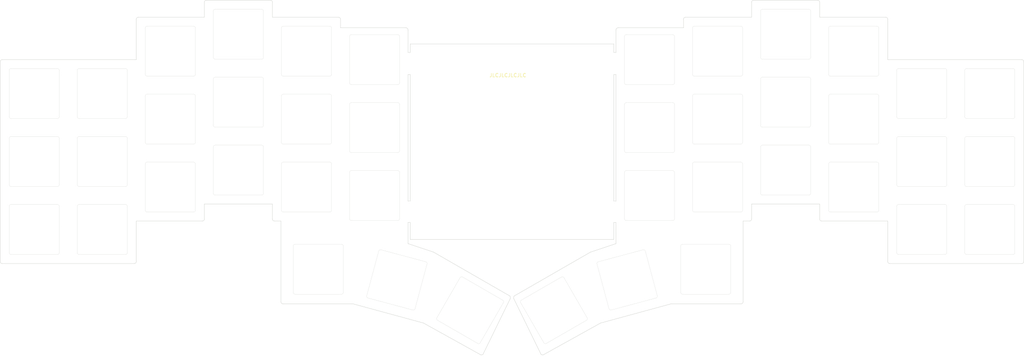
<source format=kicad_pcb>
(kicad_pcb (version 20221018) (generator pcbnew)
  (layers (0 "F.Cu" signal) (31 "B.Cu" signal) (34 "B.Paste" user) (35 "F.Paste" user) (36 "B.SilkS" user "B.Silkscreen") (37 "F.SilkS" user "F.Silkscreen") (38 "B.Mask" user) (39 "F.Mask" user) (44 "Edge.Cuts" user))
  (net 0 "")
  (footprint "MountingHole:MountingHole_2.2mm_M2_DIN965" (layer "F.Cu") (at 350.790673 93.098077)
    (fp_text reference "H7" hide)
    (fp_text value "MountingHole" hide)
    (pad "" np_thru_hole circle (at 0 0) (size 2.2 2.2) (drill 2.2) (layers "F&B.Cu" "*.Mask"))
  )
  (footprint "plate:plate_cutout" (layer "F.Cu") (at 194.36891 146.488643 -15)
    (fp_text reference "SW24" hide)
    (fp_text value "MX_SW_HS")
    (fp_line (start -7 -6.5) (end -7 6.5) (stroke (width 0.05)) (layer "Edge.Cuts"))
    (fp_line (start -6.5 7) (end 6.5 7) (stroke (width 0.05)) (layer "Edge.Cuts"))
    (fp_line (start 6.5 -7) (end -6.5 -7) (stroke (width 0.05)) (layer "Edge.Cuts"))
    (fp_line (start 7 6.5) (end 7 -6.5) (stroke (width 0.05)) (layer "Edge.Cuts"))
    (fp_arc (start -7 -6.5) (mid -6.853554 -6.853553) (end -6.5 -7) (stroke (width 0.05)) (layer "Edge.Cuts"))
    (fp_arc (start -6.497236 6.998884) (mid -6.850789 6.852437) (end -6.997236 6.498884) (stroke (width 0.05)) (layer "Edge.Cuts"))
    (fp_arc (start 6.5 -7) (mid 6.853553 -6.853553) (end 7 -6.5) (stroke (width 0.05)) (layer "Edge.Cuts"))
    (fp_arc (start 7 6.5) (mid 6.853553 6.853553) (end 6.5 7) (stroke (width 0.05)) (layer "Edge.Cuts"))
  )
  (footprint "plate:plate_cutout" (layer "F.Cu") (at 111.918911 113.313645)
    (fp_text reference "SW8" hide)
    (fp_text value "MX_SW_HS")
    (fp_line (start -7 -6.5) (end -7 6.5) (stroke (width 0.05)) (layer "Edge.Cuts"))
    (fp_line (start -6.5 7) (end 6.5 7) (stroke (width 0.05)) (layer "Edge.Cuts"))
    (fp_line (start 6.5 -7) (end -6.5 -7) (stroke (width 0.05)) (layer "Edge.Cuts"))
    (fp_line (start 7 6.5) (end 7 -6.5) (stroke (width 0.05)) (layer "Edge.Cuts"))
    (fp_arc (start -7 -6.5) (mid -6.853553 -6.853553) (end -6.5 -7) (stroke (width 0.05)) (layer "Edge.Cuts"))
    (fp_arc (start -6.497236 6.998884) (mid -6.850789 6.852437) (end -6.997236 6.498884) (stroke (width 0.05)) (layer "Edge.Cuts"))
    (fp_arc (start 6.5 -7) (mid 6.853553 -6.853553) (end 7 -6.5) (stroke (width 0.05)) (layer "Edge.Cuts"))
    (fp_arc (start 7 6.5) (mid 6.853553 6.853553) (end 6.5 7) (stroke (width 0.05)) (layer "Edge.Cuts"))
  )
  (footprint "plate:plate_cutout" (layer "F.Cu") (at 303.165603 77.63869)
    (fp_text reference "SW28" hide)
    (fp_text value "MX_SW_HS")
    (fp_line (start -7 -6.5) (end -7 6.5) (stroke (width 0.05)) (layer "Edge.Cuts"))
    (fp_line (start -6.5 7) (end 6.5 7) (stroke (width 0.05)) (layer "Edge.Cuts"))
    (fp_line (start 6.5 -7) (end -6.5 -7) (stroke (width 0.05)) (layer "Edge.Cuts"))
    (fp_line (start 7 6.5) (end 7 -6.5) (stroke (width 0.05)) (layer "Edge.Cuts"))
    (fp_arc (start -7 -6.5) (mid -6.853553 -6.853553) (end -6.5 -7) (stroke (width 0.05)) (layer "Edge.Cuts"))
    (fp_arc (start -6.497236 6.998884) (mid -6.850789 6.852437) (end -6.997236 6.498884) (stroke (width 0.05)) (layer "Edge.Cuts"))
    (fp_arc (start 6.5 -7) (mid 6.853553 -6.853553) (end 7 -6.5) (stroke (width 0.05)) (layer "Edge.Cuts"))
    (fp_arc (start 7 6.5) (mid 6.853553 6.853553) (end 6.5 7) (stroke (width 0.05)) (layer "Edge.Cuts"))
  )
  (footprint "plate:plate_cutout" (layer "F.Cu") (at 360.315599 132.363727)
    (fp_text reference "SW47" hide)
    (fp_text value "MX_SW_HS")
    (fp_line (start -7 -6.5) (end -7 6.5) (stroke (width 0.05)) (layer "Edge.Cuts"))
    (fp_line (start -6.5 7) (end 6.5 7) (stroke (width 0.05)) (layer "Edge.Cuts"))
    (fp_line (start 6.5 -7) (end -6.5 -7) (stroke (width 0.05)) (layer "Edge.Cuts"))
    (fp_line (start 7 6.5) (end 7 -6.5) (stroke (width 0.05)) (layer "Edge.Cuts"))
    (fp_arc (start -7 -6.5) (mid -6.853553 -6.853553) (end -6.5 -7) (stroke (width 0.05)) (layer "Edge.Cuts"))
    (fp_arc (start -6.497236 6.998884) (mid -6.850789 6.852437) (end -6.997236 6.498884) (stroke (width 0.05)) (layer "Edge.Cuts"))
    (fp_arc (start 6.5 -7) (mid 6.853553 -6.853553) (end 7 -6.5) (stroke (width 0.05)) (layer "Edge.Cuts"))
    (fp_arc (start 7 6.5) (mid 6.853553 6.853553) (end 6.5 7) (stroke (width 0.05)) (layer "Edge.Cuts"))
  )
  (footprint "plate:plate_cutout" (layer "F.Cu") (at 360.315599 113.313706)
    (fp_text reference "SW38" hide)
    (fp_text value "MX_SW_HS")
    (fp_line (start -7 -6.5) (end -7 6.5) (stroke (width 0.05)) (layer "Edge.Cuts"))
    (fp_line (start -6.5 7) (end 6.5 7) (stroke (width 0.05)) (layer "Edge.Cuts"))
    (fp_line (start 6.5 -7) (end -6.5 -7) (stroke (width 0.05)) (layer "Edge.Cuts"))
    (fp_line (start 7 6.5) (end 7 -6.5) (stroke (width 0.05)) (layer "Edge.Cuts"))
    (fp_arc (start -7 -6.5) (mid -6.853553 -6.853553) (end -6.5 -7) (stroke (width 0.05)) (layer "Edge.Cuts"))
    (fp_arc (start -6.497236 6.998884) (mid -6.850789 6.852437) (end -6.997236 6.498884) (stroke (width 0.05)) (layer "Edge.Cuts"))
    (fp_arc (start 6.5 -7) (mid 6.853553 -6.853553) (end 7 -6.5) (stroke (width 0.05)) (layer "Edge.Cuts"))
    (fp_arc (start 7 6.5) (mid 6.853553 6.853553) (end 6.5 7) (stroke (width 0.05)) (layer "Edge.Cuts"))
  )
  (footprint "sepp:breakaway-mousebites" (layer "F.Cu") (at 198.154 127.37 90)
    (fp_text reference "H15" hide)
    (fp_text value "mousebites" hide)
    (pad "" np_thru_hole circle (at -2.54 -0.254 90) (size 0.7874 0.7874) (drill 0.7874) (layers "F&B.Cu" "*.Mask"))
    (pad "" np_thru_hole circle (at -1.27 -0.254 90) (size 0.7874 0.7874) (drill 0.7874) (layers "F&B.Cu" "*.Mask"))
    (pad "" np_thru_hole circle (at 0 -0.254 90) (size 0.7874 0.7874) (drill 0.7874) (layers "F&B.Cu" "*.Mask"))
    (pad "" np_thru_hole circle (at 1.27 -0.254 90) (size 0.7874 0.7874) (drill 0.7874) (layers "F&B.Cu" "*.Mask"))
    (pad "" np_thru_hole circle (at 2.54 -0.254 90) (size 0.7874 0.7874) (drill 0.7874) (layers "F&B.Cu" "*.Mask"))
  )
  (footprint "MountingHole:MountingHole_2.2mm_M2_DIN965" (layer "F.Cu") (at 293.180597 110.803709)
    (fp_text reference "H12" hide)
    (fp_text value "MountingHole" hide)
    (pad "" np_thru_hole circle (at 0 0) (size 2.2 2.2) (drill 2.2) (layers "F&B.Cu" "*.Mask"))
  )
  (footprint "plate:plate_cutout" (layer "F.Cu") (at 341.265599 113.313707)
    (fp_text reference "SW37" hide)
    (fp_text value "MX_SW_HS")
    (fp_line (start -7 -6.5) (end -7 6.5) (stroke (width 0.05)) (layer "Edge.Cuts"))
    (fp_line (start -6.5 7) (end 6.5 7) (stroke (width 0.05)) (layer "Edge.Cuts"))
    (fp_line (start 6.5 -7) (end -6.5 -7) (stroke (width 0.05)) (layer "Edge.Cuts"))
    (fp_line (start 7 6.5) (end 7 -6.5) (stroke (width 0.05)) (layer "Edge.Cuts"))
    (fp_arc (start -7 -6.5) (mid -6.853553 -6.853553) (end -6.5 -7) (stroke (width 0.05)) (layer "Edge.Cuts"))
    (fp_arc (start -6.497236 6.998884) (mid -6.850789 6.852437) (end -6.997236 6.498884) (stroke (width 0.05)) (layer "Edge.Cuts"))
    (fp_arc (start 6.5 -7) (mid 6.853553 -6.853553) (end 7 -6.5) (stroke (width 0.05)) (layer "Edge.Cuts"))
    (fp_arc (start 7 6.5) (mid 6.853553 6.853553) (end 6.5 7) (stroke (width 0.05)) (layer "Edge.Cuts"))
  )
  (footprint "plate:plate_cutout" (layer "F.Cu") (at 280.815601 143.488722)
    (fp_text reference "SW50" hide)
    (fp_text value "MX_SW_HS")
    (fp_line (start -7 -6.5) (end -7 6.5) (stroke (width 0.05)) (layer "Edge.Cuts"))
    (fp_line (start -6.5 7) (end 6.5 7) (stroke (width 0.05)) (layer "Edge.Cuts"))
    (fp_line (start 6.5 -7) (end -6.5 -7) (stroke (width 0.05)) (layer "Edge.Cuts"))
    (fp_line (start 7 6.5) (end 7 -6.5) (stroke (width 0.05)) (layer "Edge.Cuts"))
    (fp_arc (start -7 -6.5) (mid -6.853553 -6.853553) (end -6.5 -7) (stroke (width 0.05)) (layer "Edge.Cuts"))
    (fp_arc (start -6.497236 6.998884) (mid -6.850789 6.852437) (end -6.997236 6.498884) (stroke (width 0.05)) (layer "Edge.Cuts"))
    (fp_arc (start 6.5 -7) (mid 6.853553 -6.853553) (end 7 -6.5) (stroke (width 0.05)) (layer "Edge.Cuts"))
    (fp_arc (start 7 6.5) (mid 6.853553 6.853553) (end 6.5 7) (stroke (width 0.05)) (layer "Edge.Cuts"))
  )
  (footprint "plate:plate_cutout" (layer "F.Cu") (at 341.2656 132.363723)
    (fp_text reference "SW46" hide)
    (fp_text value "MX_SW_HS")
    (fp_line (start -7 -6.5) (end -7 6.5) (stroke (width 0.05)) (layer "Edge.Cuts"))
    (fp_line (start -6.5 7) (end 6.5 7) (stroke (width 0.05)) (layer "Edge.Cuts"))
    (fp_line (start 6.5 -7) (end -6.5 -7) (stroke (width 0.05)) (layer "Edge.Cuts"))
    (fp_line (start 7 6.5) (end 7 -6.5) (stroke (width 0.05)) (layer "Edge.Cuts"))
    (fp_arc (start -7 -6.5) (mid -6.853553 -6.853553) (end -6.5 -7) (stroke (width 0.05)) (layer "Edge.Cuts"))
    (fp_arc (start -6.497236 6.998884) (mid -6.850789 6.852437) (end -6.997236 6.498884) (stroke (width 0.05)) (layer "Edge.Cuts"))
    (fp_arc (start 6.5 -7) (mid 6.853553 -6.853553) (end 7 -6.5) (stroke (width 0.05)) (layer "Edge.Cuts"))
    (fp_arc (start 7 6.5) (mid 6.853553 6.853553) (end 6.5 7) (stroke (width 0.05)) (layer "Edge.Cuts"))
  )
  (footprint "plate:plate_cutout" (layer "F.Cu") (at 150.018909 115.738642)
    (fp_text reference "SW17" hide)
    (fp_text value "MX_SW_HS")
    (fp_line (start -7 -6.5) (end -7 6.5) (stroke (width 0.05)) (layer "Edge.Cuts"))
    (fp_line (start -6.5 7) (end 6.5 7) (stroke (width 0.05)) (layer "Edge.Cuts"))
    (fp_line (start 6.5 -7) (end -6.5 -7) (stroke (width 0.05)) (layer "Edge.Cuts"))
    (fp_line (start 7 6.5) (end 7 -6.5) (stroke (width 0.05)) (layer "Edge.Cuts"))
    (fp_arc (start -7 -6.5) (mid -6.853553 -6.853553) (end -6.5 -7) (stroke (width 0.05)) (layer "Edge.Cuts"))
    (fp_arc (start -6.497236 6.998884) (mid -6.850789 6.852437) (end -6.997236 6.498884) (stroke (width 0.05)) (layer "Edge.Cuts"))
    (fp_arc (start 6.5 -7) (mid 6.853553 -6.853553) (end 7 -6.5) (stroke (width 0.05)) (layer "Edge.Cuts"))
    (fp_arc (start 7 6.5) (mid 6.853553 6.853553) (end 6.5 7) (stroke (width 0.05)) (layer "Edge.Cuts"))
  )
  (footprint "plate:plate_cutout" (layer "F.Cu") (at 265.065598 103.813709)
    (fp_text reference "SW33" hide)
    (fp_text value "MX_SW_HS")
    (fp_line (start -7 -6.5) (end -7 6.5) (stroke (width 0.05)) (layer "Edge.Cuts"))
    (fp_line (start -6.5 7) (end 6.5 7) (stroke (width 0.05)) (layer "Edge.Cuts"))
    (fp_line (start 6.5 -7) (end -6.5 -7) (stroke (width 0.05)) (layer "Edge.Cuts"))
    (fp_line (start 7 6.5) (end 7 -6.5) (stroke (width 0.05)) (layer "Edge.Cuts"))
    (fp_arc (start -7 -6.5) (mid -6.853553 -6.853553) (end -6.5 -7) (stroke (width 0.05)) (layer "Edge.Cuts"))
    (fp_arc (start -6.497236 6.998884) (mid -6.850789 6.852437) (end -6.997236 6.498884) (stroke (width 0.05)) (layer "Edge.Cuts"))
    (fp_arc (start 6.5 -7) (mid 6.853553 -6.853553) (end 7 -6.5) (stroke (width 0.05)) (layer "Edge.Cuts"))
    (fp_arc (start 7 6.5) (mid 6.853553 6.853553) (end 6.5 7) (stroke (width 0.05)) (layer "Edge.Cuts"))
  )
  (footprint "plate:plate_cutout" (layer "F.Cu") (at 284.115599 101.438709)
    (fp_text reference "SW34" hide)
    (fp_text value "MX_SW_HS")
    (fp_line (start -7 -6.5) (end -7 6.5) (stroke (width 0.05)) (layer "Edge.Cuts"))
    (fp_line (start -6.5 7) (end 6.5 7) (stroke (width 0.05)) (layer "Edge.Cuts"))
    (fp_line (start 6.5 -7) (end -6.5 -7) (stroke (width 0.05)) (layer "Edge.Cuts"))
    (fp_line (start 7 6.5) (end 7 -6.5) (stroke (width 0.05)) (layer "Edge.Cuts"))
    (fp_arc (start -7 -6.5) (mid -6.853553 -6.853553) (end -6.5 -7) (stroke (width 0.05)) (layer "Edge.Cuts"))
    (fp_arc (start -6.497236 6.998884) (mid -6.850789 6.852437) (end -6.997236 6.498884) (stroke (width 0.05)) (layer "Edge.Cuts"))
    (fp_arc (start 6.5 -7) (mid 6.853553 -6.853553) (end 7 -6.5) (stroke (width 0.05)) (layer "Edge.Cuts"))
    (fp_arc (start 7 6.5) (mid 6.853553 6.853553) (end 6.5 7) (stroke (width 0.05)) (layer "Edge.Cuts"))
  )
  (footprint "plate:plate_cutout" (layer "F.Cu") (at 150.01891 77.638643)
    (fp_text reference "SW4" hide)
    (fp_text value "MX_SW_HS")
    (fp_line (start -7 -6.5) (end -7 6.5) (stroke (width 0.05)) (layer "Edge.Cuts"))
    (fp_line (start -6.5 7) (end 6.5 7) (stroke (width 0.05)) (layer "Edge.Cuts"))
    (fp_line (start 6.5 -7) (end -6.5 -7) (stroke (width 0.05)) (layer "Edge.Cuts"))
    (fp_line (start 7 6.5) (end 7 -6.5) (stroke (width 0.05)) (layer "Edge.Cuts"))
    (fp_arc (start -7 -6.5) (mid -6.853553 -6.853553) (end -6.5 -7) (stroke (width 0.05)) (layer "Edge.Cuts"))
    (fp_arc (start -6.497236 6.998884) (mid -6.850789 6.852437) (end -6.997236 6.498884) (stroke (width 0.05)) (layer "Edge.Cuts"))
    (fp_arc (start 6.5 -7) (mid 6.853553 -6.853553) (end 7 -6.5) (stroke (width 0.05)) (layer "Edge.Cuts"))
    (fp_arc (start 7 6.5) (mid 6.853553 6.853553) (end 6.5 7) (stroke (width 0.05)) (layer "Edge.Cuts"))
  )
  (footprint "plate:plate_cutout" (layer "F.Cu") (at 130.968907 120.488648)
    (fp_text reference "SW16" hide)
    (fp_text value "MX_SW_HS")
    (fp_line (start -7 -6.5) (end -7 6.5) (stroke (width 0.05)) (layer "Edge.Cuts"))
    (fp_line (start -6.5 7) (end 6.5 7) (stroke (width 0.05)) (layer "Edge.Cuts"))
    (fp_line (start 6.5 -7) (end -6.5 -7) (stroke (width 0.05)) (layer "Edge.Cuts"))
    (fp_line (start 7 6.5) (end 7 -6.5) (stroke (width 0.05)) (layer "Edge.Cuts"))
    (fp_arc (start -7 -6.5) (mid -6.853553 -6.853553) (end -6.5 -7) (stroke (width 0.05)) (layer "Edge.Cuts"))
    (fp_arc (start -6.497236 6.998884) (mid -6.850789 6.852437) (end -6.997236 6.498884) (stroke (width 0.05)) (layer "Edge.Cuts"))
    (fp_arc (start 6.5 -7) (mid 6.853553 -6.853553) (end 7 -6.5) (stroke (width 0.05)) (layer "Edge.Cuts"))
    (fp_arc (start 7 6.5) (mid 6.853553 6.853553) (end 6.5 7) (stroke (width 0.05)) (layer "Edge.Cuts"))
  )
  (footprint "plate:plate_cutout" (layer "F.Cu") (at 111.918911 94.263644)
    (fp_text reference "SW2" hide)
    (fp_text value "MX_SW_HS")
    (fp_line (start -7 -6.5) (end -7 6.5) (stroke (width 0.05)) (layer "Edge.Cuts"))
    (fp_line (start -6.5 7) (end 6.5 7) (stroke (width 0.05)) (layer "Edge.Cuts"))
    (fp_line (start 6.5 -7) (end -6.5 -7) (stroke (width 0.05)) (layer "Edge.Cuts"))
    (fp_line (start 7 6.5) (end 7 -6.5) (stroke (width 0.05)) (layer "Edge.Cuts"))
    (fp_arc (start -7 -6.5) (mid -6.853553 -6.853553) (end -6.5 -7) (stroke (width 0.05)) (layer "Edge.Cuts"))
    (fp_arc (start -6.497236 6.998884) (mid -6.850789 6.852437) (end -6.997236 6.498884) (stroke (width 0.05)) (layer "Edge.Cuts"))
    (fp_arc (start 6.5 -7) (mid 6.853553 -6.853553) (end 7 -6.5) (stroke (width 0.05)) (layer "Edge.Cuts"))
    (fp_arc (start 7 6.5) (mid 6.853553 6.853553) (end 6.5 7) (stroke (width 0.05)) (layer "Edge.Cuts"))
  )
  (footprint "plate:plate_cutout" (layer "F.Cu") (at 341.265597 94.263692)
    (fp_text reference "SW30" hide)
    (fp_text value "MX_SW_HS")
    (fp_line (start -7 -6.5) (end -7 6.5) (stroke (width 0.05)) (layer "Edge.Cuts"))
    (fp_line (start -6.5 7) (end 6.5 7) (stroke (width 0.05)) (layer "Edge.Cuts"))
    (fp_line (start 6.5 -7) (end -6.5 -7) (stroke (width 0.05)) (layer "Edge.Cuts"))
    (fp_line (start 7 6.5) (end 7 -6.5) (stroke (width 0.05)) (layer "Edge.Cuts"))
    (fp_arc (start -7 -6.5) (mid -6.853553 -6.853553) (end -6.5 -7) (stroke (width 0.05)) (layer "Edge.Cuts"))
    (fp_arc (start -6.497236 6.998884) (mid -6.850789 6.852437) (end -6.997236 6.498884) (stroke (width 0.05)) (layer "Edge.Cuts"))
    (fp_arc (start 6.5 -7) (mid 6.853553 -6.853553) (end 7 -6.5) (stroke (width 0.05)) (layer "Edge.Cuts"))
    (fp_arc (start 7 6.5) (mid 6.853553 6.853553) (end 6.5 7) (stroke (width 0.05)) (layer "Edge.Cuts"))
  )
  (footprint "plate:plate_cutout" (layer "F.Cu") (at 169.068911 120.488643)
    (fp_text reference "SW18" hide)
    (fp_text value "MX_SW_HS")
    (fp_line (start -7 -6.5) (end -7 6.5) (stroke (width 0.05)) (layer "Edge.Cuts"))
    (fp_line (start -6.5 7) (end 6.5 7) (stroke (width 0.05)) (layer "Edge.Cuts"))
    (fp_line (start 6.5 -7) (end -6.5 -7) (stroke (width 0.05)) (layer "Edge.Cuts"))
    (fp_line (start 7 6.5) (end 7 -6.5) (stroke (width 0.05)) (layer "Edge.Cuts"))
    (fp_arc (start -7 -6.5) (mid -6.853553 -6.853553) (end -6.5 -7) (stroke (width 0.05)) (layer "Edge.Cuts"))
    (fp_arc (start -6.497236 6.998884) (mid -6.850789 6.852437) (end -6.997236 6.498884) (stroke (width 0.05)) (layer "Edge.Cuts"))
    (fp_arc (start 6.5 -7) (mid 6.853553 -6.853553) (end 7 -6.5) (stroke (width 0.05)) (layer "Edge.Cuts"))
    (fp_arc (start 7 6.5) (mid 6.853553 6.853553) (end 6.5 7) (stroke (width 0.05)) (layer "Edge.Cuts"))
  )
  (footprint "MountingHole:MountingHole_2.2mm_M2_DIN965" (layer "F.Cu") (at 246.5506 145.273723)
    (fp_text reference "H3" hide)
    (fp_text value "MountingHole" hide)
    (pad "" np_thru_hole circle (at 0 0) (size 2.2 2.2) (drill 2.2) (layers "F&B.Cu" "*.Mask"))
  )
  (footprint "plate:plate_cutout" (layer "F.Cu") (at 92.868911 94.263643)
    (fp_text reference "SW1" hide)
    (fp_text value "MX_SW_HS")
    (fp_line (start -7 -6.5) (end -7 6.5) (stroke (width 0.05)) (layer "Edge.Cuts"))
    (fp_line (start -6.5 7) (end 6.5 7) (stroke (width 0.05)) (layer "Edge.Cuts"))
    (fp_line (start 6.5 -7) (end -6.5 -7) (stroke (width 0.05)) (layer "Edge.Cuts"))
    (fp_line (start 7 6.5) (end 7 -6.5) (stroke (width 0.05)) (layer "Edge.Cuts"))
    (fp_arc (start -7 -6.5) (mid -6.853553 -6.853553) (end -6.5 -7) (stroke (width 0.05)) (layer "Edge.Cuts"))
    (fp_arc (start -6.497236 6.998884) (mid -6.850789 6.852437) (end -6.997236 6.498884) (stroke (width 0.05)) (layer "Edge.Cuts"))
    (fp_arc (start 6.5 -7) (mid 6.853553 -6.853553) (end 7 -6.5) (stroke (width 0.05)) (layer "Edge.Cuts"))
    (fp_arc (start 7 6.5) (mid 6.853553 6.853553) (end 6.5 7) (stroke (width 0.05)) (layer "Edge.Cuts"))
  )
  (footprint "sepp:breakaway-mousebites" (layer "F.Cu") (at 198.179 85.84 90)
    (fp_text reference "H13" hide)
    (fp_text value "mousebites" hide)
    (pad "" np_thru_hole circle (at -2.54 -0.254 90) (size 0.7874 0.7874) (drill 0.7874) (layers "F&B.Cu" "*.Mask"))
    (pad "" np_thru_hole circle (at -1.27 -0.254 90) (size 0.7874 0.7874) (drill 0.7874) (layers "F&B.Cu" "*.Mask"))
    (pad "" np_thru_hole circle (at 0 -0.254 90) (size 0.7874 0.7874) (drill 0.7874) (layers "F&B.Cu" "*.Mask"))
    (pad "" np_thru_hole circle (at 1.27 -0.254 90) (size 0.7874 0.7874) (drill 0.7874) (layers "F&B.Cu" "*.Mask"))
    (pad "" np_thru_hole circle (at 2.54 -0.254 90) (size 0.7874 0.7874) (drill 0.7874) (layers "F&B.Cu" "*.Mask"))
  )
  (footprint "plate:plate_cutout" (layer "F.Cu") (at 92.868907 132.363645)
    (fp_text reference "SW14" hide)
    (fp_text value "MX_SW_HS")
    (fp_line (start -7 -6.5) (end -7 6.5) (stroke (width 0.05)) (layer "Edge.Cuts"))
    (fp_line (start -6.5 7) (end 6.5 7) (stroke (width 0.05)) (layer "Edge.Cuts"))
    (fp_line (start 6.5 -7) (end -6.5 -7) (stroke (width 0.05)) (layer "Edge.Cuts"))
    (fp_line (start 7 6.5) (end 7 -6.5) (stroke (width 0.05)) (layer "Edge.Cuts"))
    (fp_arc (start -7 -6.5) (mid -6.853553 -6.853553) (end -6.5 -7) (stroke (width 0.05)) (layer "Edge.Cuts"))
    (fp_arc (start -6.497236 6.998884) (mid -6.850789 6.852437) (end -6.997236 6.498884) (stroke (width 0.05)) (layer "Edge.Cuts"))
    (fp_arc (start 6.5 -7) (mid 6.853553 -6.853553) (end 7 -6.5) (stroke (width 0.05)) (layer "Edge.Cuts"))
    (fp_arc (start 7 6.5) (mid 6.853553 6.853553) (end 6.5 7) (stroke (width 0.05)) (layer "Edge.Cuts"))
  )
  (footprint "plate:plate_cutout" (layer "F.Cu") (at 322.215594 82.388691)
    (fp_text reference "SW29" hide)
    (fp_text value "MX_SW_HS")
    (fp_line (start -7 -6.5) (end -7 6.5) (stroke (width 0.05)) (layer "Edge.Cuts"))
    (fp_line (start -6.5 7) (end 6.5 7) (stroke (width 0.05)) (layer "Edge.Cuts"))
    (fp_line (start 6.5 -7) (end -6.5 -7) (stroke (width 0.05)) (layer "Edge.Cuts"))
    (fp_line (start 7 6.5) (end 7 -6.5) (stroke (width 0.05)) (layer "Edge.Cuts"))
    (fp_arc (start -7 -6.5) (mid -6.853553 -6.853553) (end -6.5 -7) (stroke (width 0.05)) (layer "Edge.Cuts"))
    (fp_arc (start -6.497236 6.998884) (mid -6.850789 6.852437) (end -6.997236 6.498884) (stroke (width 0.05)) (layer "Edge.Cuts"))
    (fp_arc (start 6.5 -7) (mid 6.853553 -6.853553) (end 7 -6.5) (stroke (width 0.05)) (layer "Edge.Cuts"))
    (fp_arc (start 7 6.5) (mid 6.853553 6.853553) (end 6.5 7) (stroke (width 0.05)) (layer "Edge.Cuts"))
  )
  (footprint "plate:plate_cutout" (layer "F.Cu") (at 360.315598 94.263691)
    (fp_text reference "SW31" hide)
    (fp_text value "MX_SW_HS")
    (fp_line (start -7 -6.5) (end -7 6.5) (stroke (width 0.05)) (layer "Edge.Cuts"))
    (fp_line (start -6.5 7) (end 6.5 7) (stroke (width 0.05)) (layer "Edge.Cuts"))
    (fp_line (start 6.5 -7) (end -6.5 -7) (stroke (width 0.05)) (layer "Edge.Cuts"))
    (fp_line (start 7 6.5) (end 7 -6.5) (stroke (width 0.05)) (layer "Edge.Cuts"))
    (fp_arc (start -7 -6.5) (mid -6.853553 -6.853553) (end -6.5 -7) (stroke (width 0.05)) (layer "Edge.Cuts"))
    (fp_arc (start -6.497236 6.998884) (mid -6.850789 6.852437) (end -6.997236 6.498884) (stroke (width 0.05)) (layer "Edge.Cuts"))
    (fp_arc (start 6.5 -7) (mid 6.853553 -6.853553) (end 7 -6.5) (stroke (width 0.05)) (layer "Edge.Cuts"))
    (fp_arc (start 7 6.5) (mid 6.853553 6.853553) (end 6.5 7) (stroke (width 0.05)) (layer "Edge.Cuts"))
  )
  (footprint "plate:plate_cutout" (layer "F.Cu") (at 188.11891 103.813647)
    (fp_text reference "SW12" hide)
    (fp_text value "MX_SW_HS")
    (fp_line (start -7 -6.5) (end -7 6.5) (stroke (width 0.05)) (layer "Edge.Cuts"))
    (fp_line (start -6.5 7) (end 6.5 7) (stroke (width 0.05)) (layer "Edge.Cuts"))
    (fp_line (start 6.5 -7) (end -6.5 -7) (stroke (width 0.05)) (layer "Edge.Cuts"))
    (fp_line (start 7 6.5) (end 7 -6.5) (stroke (width 0.05)) (layer "Edge.Cuts"))
    (fp_arc (start -7 -6.5) (mid -6.853553 -6.853553) (end -6.5 -7) (stroke (width 0.05)) (layer "Edge.Cuts"))
    (fp_arc (start -6.497236 6.998884) (mid -6.850789 6.852437) (end -6.997236 6.498884) (stroke (width 0.05)) (layer "Edge.Cuts"))
    (fp_arc (start 6.5 -7) (mid 6.853553 -6.853553) (end 7 -6.5) (stroke (width 0.05)) (layer "Edge.Cuts"))
    (fp_arc (start 7 6.5) (mid 6.853553 6.853553) (end 6.5 7) (stroke (width 0.05)) (layer "Edge.Cuts"))
  )
  (footprint "plate:plate_cutout" (layer "F.Cu") (at 322.215598 120.488726)
    (fp_text reference "SW45" hide)
    (fp_text value "MX_SW_HS")
    (fp_line (start -7 -6.5) (end -7 6.5) (stroke (width 0.05)) (layer "Edge.Cuts"))
    (fp_line (start -6.5 7) (end 6.5 7) (stroke (width 0.05)) (layer "Edge.Cuts"))
    (fp_line (start 6.5 -7) (end -6.5 -7) (stroke (width 0.05)) (layer "Edge.Cuts"))
    (fp_line (start 7 6.5) (end 7 -6.5) (stroke (width 0.05)) (layer "Edge.Cuts"))
    (fp_arc (start -7 -6.5) (mid -6.853553 -6.853553) (end -6.5 -7) (stroke (width 0.05)) (layer "Edge.Cuts"))
    (fp_arc (start -6.497236 6.998884) (mid -6.850789 6.852437) (end -6.997236 6.498884) (stroke (width 0.05)) (layer "Edge.Cuts"))
    (fp_arc (start 6.5 -7) (mid 6.853553 -6.853553) (end 7 -6.5) (stroke (width 0.05)) (layer "Edge.Cuts"))
    (fp_arc (start 7 6.5) (mid 6.853553 6.853553) (end 6.5 7) (stroke (width 0.05)) (layer "Edge.Cuts"))
  )
  (footprint "plate:plate_cutout" (layer "F.Cu") (at 265.065597 122.863723)
    (fp_text reference "SW42" hide)
    (fp_text value "MX_SW_HS")
    (fp_line (start -7 -6.5) (end -7 6.5) (stroke (width 0.05)) (layer "Edge.Cuts"))
    (fp_line (start -6.5 7) (end 6.5 7) (stroke (width 0.05)) (layer "Edge.Cuts"))
    (fp_line (start 6.5 -7) (end -6.5 -7) (stroke (width 0.05)) (layer "Edge.Cuts"))
    (fp_line (start 7 6.5) (end 7 -6.5) (stroke (width 0.05)) (layer "Edge.Cuts"))
    (fp_arc (start -7 -6.5) (mid -6.853553 -6.853553) (end -6.5 -7) (stroke (width 0.05)) (layer "Edge.Cuts"))
    (fp_arc (start -6.497236 6.998884) (mid -6.850789 6.852437) (end -6.997236 6.498884) (stroke (width 0.05)) (layer "Edge.Cuts"))
    (fp_arc (start 6.5 -7) (mid 6.853553 -6.853553) (end 7 -6.5) (stroke (width 0.05)) (layer "Edge.Cuts"))
    (fp_arc (start 7 6.5) (mid 6.853553 6.853553) (end 6.5 7) (stroke (width 0.05)) (layer "Edge.Cuts"))
  )
  (footprint "plate:plate_cutout" (layer "F.Cu") (at 169.068911 101.438643)
    (fp_text reference "SW11" hide)
    (fp_text value "MX_SW_HS")
    (fp_line (start -7 -6.5) (end -7 6.5) (stroke (width 0.05)) (layer "Edge.Cuts"))
    (fp_line (start -6.5 7) (end 6.5 7) (stroke (width 0.05)) (layer "Edge.Cuts"))
    (fp_line (start 6.5 -7) (end -6.5 -7) (stroke (width 0.05)) (layer "Edge.Cuts"))
    (fp_line (start 7 6.5) (end 7 -6.5) (stroke (width 0.05)) (layer "Edge.Cuts"))
    (fp_arc (start -7 -6.5) (mid -6.853553 -6.853553) (end -6.5 -7) (stroke (width 0.05)) (layer "Edge.Cuts"))
    (fp_arc (start -6.497236 6.998884) (mid -6.850789 6.852437) (end -6.997236 6.498884) (stroke (width 0.05)) (layer "Edge.Cuts"))
    (fp_arc (start 6.5 -7) (mid 6.853553 -6.853553) (end 7 -6.5) (stroke (width 0.05)) (layer "Edge.Cuts"))
    (fp_arc (start 7 6.5) (mid 6.853553 6.853553) (end 6.5 7) (stroke (width 0.05)) (layer "Edge.Cuts"))
  )
  (footprint "MountingHole:MountingHole_2.2mm_M2_DIN965" (layer "F.Cu") (at 206.63391 145.27364)
    (fp_text reference "H10" hide)
    (fp_text value "MountingHole")
    (pad "" np_thru_hole circle (at 0 0) (size 2.2 2.2) (drill 2.2) (layers "F&B.Cu" "*.Mask"))
  )
  (footprint "plate:plate_cutout" (layer "F.Cu") (at 111.918909 132.363644)
    (fp_text reference "SW15" hide)
    (fp_text value "MX_SW_HS")
    (fp_line (start -7 -6.5) (end -7 6.5) (stroke (width 0.05)) (layer "Edge.Cuts"))
    (fp_line (start -6.5 7) (end 6.5 7) (stroke (width 0.05)) (layer "Edge.Cuts"))
    (fp_line (start 6.5 -7) (end -6.5 -7) (stroke (width 0.05)) (layer "Edge.Cuts"))
    (fp_line (start 7 6.5) (end 7 -6.5) (stroke (width 0.05)) (layer "Edge.Cuts"))
    (fp_arc (start -7 -6.5) (mid -6.853553 -6.853553) (end -6.5 -7) (stroke (width 0.05)) (layer "Edge.Cuts"))
    (fp_arc (start -6.497236 6.998884) (mid -6.850789 6.852437) (end -6.997236 6.498884) (stroke (width 0.05)) (layer "Edge.Cuts"))
    (fp_arc (start 6.5 -7) (mid 6.853553 -6.853553) (end 7 -6.5) (stroke (width 0.05)) (layer "Edge.Cuts"))
    (fp_arc (start 7 6.5) (mid 6.853553 6.853553) (end 6.5 7) (stroke (width 0.05)) (layer "Edge.Cuts"))
  )
  (footprint "plate:plate_cutout" (layer "F.Cu") (at 303.1656 96.688706)
    (fp_text reference "SW35" hide)
    (fp_text value "MX_SW_HS")
    (fp_line (start -7 -6.5) (end -7 6.5) (stroke (width 0.05)) (layer "Edge.Cuts"))
    (fp_line (start -6.5 7) (end 6.5 7) (stroke (width 0.05)) (layer "Edge.Cuts"))
    (fp_line (start 6.5 -7) (end -6.5 -7) (stroke (width 0.05)) (layer "Edge.Cuts"))
    (fp_line (start 7 6.5) (end 7 -6.5) (stroke (width 0.05)) (layer "Edge.Cuts"))
    (fp_arc (start -7 -6.5) (mid -6.853553 -6.853553) (end -6.5 -7) (stroke (width 0.05)) (layer "Edge.Cuts"))
    (fp_arc (start -6.497236 6.998884) (mid -6.850789 6.852437) (end -6.997236 6.498884) (stroke (width 0.05)) (layer "Edge.Cuts"))
    (fp_arc (start 6.5 -7) (mid 6.853553 -6.853553) (end 7 -6.5) (stroke (width 0.05)) (layer "Edge.Cuts"))
    (fp_arc (start 7 6.5) (mid 6.853553 6.853553) (end 6.5 7) (stroke (width 0.05)) (layer "Edge.Cuts"))
  )
  (footprint "plate:plate_cutout" (layer "F.Cu") (at 188.118909 122.863643)
    (fp_text reference "SW19" hide)
    (fp_text value "MX_SW_HS")
    (fp_line (start -7 -6.5) (end -7 6.5) (stroke (width 0.05)) (layer "Edge.Cuts"))
    (fp_line (start -6.5 7) (end 6.5 7) (stroke (width 0.05)) (layer "Edge.Cuts"))
    (fp_line (start 6.5 -7) (end -6.5 -7) (stroke (width 0.05)) (layer "Edge.Cuts"))
    (fp_line (start 7 6.5) (end 7 -6.5) (stroke (width 0.05)) (layer "Edge.Cuts"))
    (fp_arc (start -7 -6.5) (mid -6.853553 -6.853553) (end -6.5 -7) (stroke (width 0.05)) (layer "Edge.Cuts"))
    (fp_arc (start -6.497236 6.998884) (mid -6.850789 6.852437) (end -6.997236 6.498884) (stroke (width 0.05)) (layer "Edge.Cuts"))
    (fp_arc (start 6.5 -7) (mid 6.853553 -6.853553) (end 7 -6.5) (stroke (width 0.05)) (layer "Edge.Cuts"))
    (fp_arc (start 7 6.5) (mid 6.853553 6.853553) (end 6.5 7) (stroke (width 0.05)) (layer "Edge.Cuts"))
  )
  (footprint "plate:plate_cutout" (layer "F.Cu") (at 214.868911 154.988645 -30)
    (fp_text reference "SW25" hide)
    (fp_text value "MX_SW_HS")
    (fp_line (start -7 -6.5) (end -7 6.5) (stroke (width 0.05)) (layer "Edge.Cuts"))
    (fp_line (start -6.5 7) (end 6.5 7) (stroke (width 0.05)) (layer "Edge.Cuts"))
    (fp_line (start 6.5 -7) (end -6.5 -7) (stroke (width 0.05)) (layer "Edge.Cuts"))
    (fp_line (start 7 6.5) (end 7 -6.5) (stroke (width 0.05)) (layer "Edge.Cuts"))
    (fp_arc (start -7 -6.5) (mid -6.853553 -6.853553) (end -6.5 -7) (stroke (width 0.05)) (layer "Edge.Cuts"))
    (fp_arc (start -6.497236 6.998884) (mid -6.850789 6.852437) (end -6.997236 6.498884) (stroke (width 0.05)) (layer "Edge.Cuts"))
    (fp_arc (start 6.5 -7) (mid 6.853553 -6.853553) (end 7 -6.5) (stroke (width 0.05)) (layer "Edge.Cuts"))
    (fp_arc (start 7 6.5) (mid 6.853553 6.853553) (end 6.5 7) (stroke (width 0.05)) (layer "Edge.Cuts"))
  )
  (footprint "MountingHole:MountingHole_2.2mm_M2_DIN965" (layer "F.Cu") (at 102.213909 131.083641)
    (fp_text reference "H2" hide)
    (fp_text value "MountingHole")
    (pad "" np_thru_hole circle (at 0 0) (size 2.2 2.2) (drill 2.2) (layers "F&B.Cu" "*.Mask"))
  )
  (footprint "MountingHole:MountingHole_2.2mm_M2_DIN965" (layer "F.Cu") (at 102.143912 88.973643)
    (fp_text reference "H1" hide)
    (fp_text value "MountingHole")
    (pad "" np_thru_hole circle (at 0 0) (size 2.2 2.2) (drill 2.2) (layers "F&B.Cu" "*.Mask"))
  )
  (footprint "sepp:breakaway-mousebites" (layer "F.Cu") (at 255.579 127.39 90)
    (fp_text reference "H16" hide)
    (fp_text value "mousebites" hide)
    (pad "" np_thru_hole circle (at -2.54 -0.254 90) (size 0.7874 0.7874) (drill 0.7874) (layers "F&B.Cu" "*.Mask"))
    (pad "" np_thru_hole circle (at -1.27 -0.254 90) (size 0.7874 0.7874) (drill 0.7874) (layers "F&B.Cu" "*.Mask"))
    (pad "" np_thru_hole circle (at 0 -0.254 90) (size 0.7874 0.7874) (drill 0.7874) (layers "F&B.Cu" "*.Mask"))
    (pad "" np_thru_hole circle (at 1.27 -0.254 90) (size 0.7874 0.7874) (drill 0.7874) (layers "F&B.Cu" "*.Mask"))
    (pad "" np_thru_hole circle (at 2.54 -0.254 90) (size 0.7874 0.7874) (drill 0.7874) (layers "F&B.Cu" "*.Mask"))
  )
  (footprint "plate:plate_cutout" (layer "F.Cu") (at 130.968909 101.438643)
    (fp_text reference "SW9" hide)
    (fp_text value "MX_SW_HS")
    (fp_line (start -7 -6.5) (end -7 6.5) (stroke (width 0.05)) (layer "Edge.Cuts"))
    (fp_line (start -6.5 7) (end 6.5 7) (stroke (width 0.05)) (layer "Edge.Cuts"))
    (fp_line (start 6.5 -7) (end -6.5 -7) (stroke (width 0.05)) (layer "Edge.Cuts"))
    (fp_line (start 7 6.5) (end 7 -6.5) (stroke (width 0.05)) (layer "Edge.Cuts"))
    (fp_arc (start -7 -6.5) (mid -6.853553 -6.853553) (end -6.5 -7) (stroke (width 0.05)) (layer "Edge.Cuts"))
    (fp_arc (start -6.497236 6.998884) (mid -6.850789 6.852437) (end -6.997236 6.498884) (stroke (width 0.05)) (layer "Edge.Cuts"))
    (fp_arc (start 6.5 -7) (mid 6.853553 -6.853553) (end 7 -6.5) (stroke (width 0.05)) (layer "Edge.Cuts"))
    (fp_arc (start 7 6.5) (mid 6.853553 6.853553) (end 6.5 7) (stroke (width 0.05)) (layer "Edge.Cuts"))
  )
  (footprint "plate:plate_cutout" (layer "F.Cu") (at 238.315599 154.988725 30)
    (fp_text reference "SW48" hide)
    (fp_text value "MX_SW_HS")
    (fp_line (start -7 -6.5) (end -7 6.5) (stroke (width 0.05)) (layer "Edge.Cuts"))
    (fp_line (start -6.5 7) (end 6.5 7) (stroke (width 0.05)) (layer "Edge.Cuts"))
    (fp_line (start 6.5 -7) (end -6.5 -7) (stroke (width 0.05)) (layer "Edge.Cuts"))
    (fp_line (start 7 6.5) (end 7 -6.5) (stroke (width 0.05)) (layer "Edge.Cuts"))
    (fp_arc (start -7 -6.5) (mid -6.853553 -6.853553) (end -6.5 -7) (stroke (width 0.05)) (layer "Edge.Cuts"))
    (fp_arc (start -6.497236 6.998884) (mid -6.850789 6.852437) (end -6.997236 6.498884) (stroke (width 0.05)) (layer "Edge.Cuts"))
    (fp_arc (start 6.5 -7) (mid 6.853553 -6.853553) (end 7 -6.5) (stroke (width 0.05)) (layer "Edge.Cuts"))
    (fp_arc (start 7 6.5) (mid 6.853553 6.853553) (end 6.5 7) (stroke (width 0.05)) (layer "Edge.Cuts"))
  )
  (footprint "plate:plate_cutout" (layer "F.Cu") (at 284.115601 120.488723)
    (fp_text reference "SW43" hide)
    (fp_text value "MX_SW_HS")
    (fp_line (start -7 -6.5) (end -7 6.5) (stroke (width 0.05)) (layer "Edge.Cuts"))
    (fp_line (start -6.5 7) (end 6.5 7) (stroke (width 0.05)) (layer "Edge.Cuts"))
    (fp_line (start 6.5 -7) (end -6.5 -7) (stroke (width 0.05)) (layer "Edge.Cuts"))
    (fp_line (start 7 6.5) (end 7 -6.5) (stroke (width 0.05)) (layer "Edge.Cuts"))
    (fp_arc (start -7 -6.5) (mid -6.853553 -6.853553) (end -6.5 -7) (stroke (width 0.05)) (layer "Edge.Cuts"))
    (fp_arc (start -6.497236 6.998884) (mid -6.850789 6.852437) (end -6.997236 6.498884) (stroke (width 0.05)) (layer "Edge.Cuts"))
    (fp_arc (start 6.5 -7) (mid 6.853553 -6.853553) (end 7 -6.5) (stroke (width 0.05)) (layer "Edge.Cuts"))
    (fp_arc (start 7 6.5) (mid 6.853553 6.853553) (end 6.5 7) (stroke (width 0.05)) (layer "Edge.Cuts"))
  )
  (footprint "sepp:breakaway-mousebites" (layer "F.Cu") (at 255.604 85.82 90)
    (fp_text reference "H14" hide)
    (fp_text value "mousebites" hide)
    (pad "" np_thru_hole circle (at -2.54 -0.254 90) (size 0.7874 0.7874) (drill 0.7874) (layers "F&B.Cu" "*.Mask"))
    (pad "" np_thru_hole circle (at -1.27 -0.254 90) (size 0.7874 0.7874) (drill 0.7874) (layers "F&B.Cu" "*.Mask"))
    (pad "" np_thru_hole circle (at 0 -0.254 90) (size 0.7874 0.7874) (drill 0.7874) (layers "F&B.Cu" "*.Mask"))
    (pad "" np_thru_hole circle (at 1.27 -0.254 90) (size 0.7874 0.7874) (drill 0.7874) (layers "F&B.Cu" "*.Mask"))
    (pad "" np_thru_hole circle (at 2.54 -0.254 90) (size 0.7874 0.7874) (drill 0.7874) (layers "F&B.Cu" "*.Mask"))
  )
  (footprint "plate:plate_cutout" (layer "F.Cu") (at 92.868911 113.313642)
    (fp_text reference "SW7" hide)
    (fp_text value "MX_SW_HS")
    (fp_line (start -7 -6.5) (end -7 6.5) (stroke (width 0.05)) (layer "Edge.Cuts"))
    (fp_line (start -6.5 7) (end 6.5 7) (stroke (width 0.05)) (layer "Edge.Cuts"))
    (fp_line (start 6.5 -7) (end -6.5 -7) (stroke (width 0.05)) (layer "Edge.Cuts"))
    (fp_line (start 7 6.5) (end 7 -6.5) (stroke (width 0.05)) (layer "Edge.Cuts"))
    (fp_arc (start -7 -6.5) (mid -6.853553 -6.853553) (end -6.5 -7) (stroke (width 0.05)) (layer "Edge.Cuts"))
    (fp_arc (start -6.497236 6.998884) (mid -6.850789 6.852437) (end -6.997236 6.498884) (stroke (width 0.05)) (layer "Edge.Cuts"))
    (fp_arc (start 6.5 -7) (mid 6.853553 -6.853553) (end 7 -6.5) (stroke (width 0.05)) (layer "Edge.Cuts"))
    (fp_arc (start 7 6.5) (mid 6.853553 6.853553) (end 6.5 7) (stroke (width 0.05)) (layer "Edge.Cuts"))
  )
  (footprint "plate:plate_cutout" (layer "F.Cu") (at 303.165601 115.738727)
    (fp_text reference "SW44" hide)
    (fp_text value "MX_SW_HS")
    (fp_line (start -7 -6.5) (end -7 6.5) (stroke (width 0.05)) (layer "Edge.Cuts"))
    (fp_line (start -6.5 7) (end 6.5 7) (stroke (width 0.05)) (layer "Edge.Cuts"))
    (fp_line (start 6.5 -7) (end -6.5 -7) (stroke (width 0.05)) (layer "Edge.Cuts"))
    (fp_line (start 7 6.5) (end 7 -6.5) (stroke (width 0.05)) (layer "Edge.Cuts"))
    (fp_arc (start -7 -6.5) (mid -6.853553 -6.853553) (end -6.5 -7) (stroke (width 0.05)) (layer "Edge.Cuts"))
    (fp_arc (start -6.497236 6.998884) (mid -6.850789 6.852437) (end -6.997236 6.498884) (stroke (width 0.05)) (layer "Edge.Cuts"))
    (fp_arc (start 6.5 -7) (mid 6.853553 -6.853553) (end 7 -6.5) (stroke (width 0.05)) (layer "Edge.Cuts"))
    (fp_arc (start 7 6.5) (mid 6.853553 6.853553) (end 6.5 7) (stroke (width 0.05)) (layer "Edge.Cuts"))
  )
  (footprint "MountingHole:MountingHole_2.2mm_M2_DIN965" (layer "F.Cu") (at 160.003912 110.803644)
    (fp_text reference "H6" hide)
    (fp_text value "MountingHole")
    (pad "" np_thru_hole circle (at 0 0) (size 2.2 2.2) (drill 2.2) (layers "F&B.Cu" "*.Mask"))
  )
  (footprint "plate:plate_cutout" (layer "F.Cu") (at 150.01891 96.688646)
    (fp_text reference "SW10" hide)
    (fp_text value "MX_SW_HS")
    (fp_line (start -7 -6.5) (end -7 6.5) (stroke (width 0.05)) (layer "Edge.Cuts"))
    (fp_line (start -6.5 7) (end 6.5 7) (stroke (width 0.05)) (layer "Edge.Cuts"))
    (fp_line (start 6.5 -7) (end -6.5 -7) (stroke (width 0.05)) (layer "Edge.Cuts"))
    (fp_line (start 7 6.5) (end 7 -6.5) (stroke (width 0.05)) (layer "Edge.Cuts"))
    (fp_arc (start -7 -6.5) (mid -6.853553 -6.853553) (end -6.5 -7) (stroke (width 0.05)) (layer "Edge.Cuts"))
    (fp_arc (start -6.497236 6.998884) (mid -6.850789 6.852437) (end -6.997236 6.498884) (stroke (width 0.05)) (layer "Edge.Cuts"))
    (fp_arc (start 6.5 -7) (mid 6.853553 -6.853553) (end 7 -6.5) (stroke (width 0.05)) (layer "Edge.Cuts"))
    (fp_arc (start 7 6.5) (mid 6.853553 6.853553) (end 6.5 7) (stroke (width 0.05)) (layer "Edge.Cuts"))
  )
  (footprint "plate:plate_cutout" (layer "F.Cu") (at 284.1156 82.388691)
    (fp_text reference "SW27" hide)
    (fp_text value "MX_SW_HS")
    (fp_line (start -7 -6.5) (end -7 6.5) (stroke (width 0.05)) (layer "Edge.Cuts"))
    (fp_line (start -6.5 7) (end 6.5 7) (stroke (width 0.05)) (layer "Edge.Cuts"))
    (fp_line (start 6.5 -7) (end -6.5 -7) (stroke (width 0.05)) (layer "Edge.Cuts"))
    (fp_line (start 7 6.5) (end 7 -6.5) (stroke (width 0.05)) (layer "Edge.Cuts"))
    (fp_arc (start -7 -6.5) (mid -6.853553 -6.853553) (end -6.5 -7) (stroke (width 0.05)) (layer "Edge.Cuts"))
    (fp_arc (start -6.497236 6.998884) (mid -6.850789 6.852437) (end -6.997236 6.498884) (stroke (width 0.05)) (layer "Edge.Cuts"))
    (fp_arc (start 6.5 -7) (mid 6.853553 -6.853553) (end 7 -6.5) (stroke (width 0.05)) (layer "Edge.Cuts"))
    (fp_arc (start 7 6.5) (mid 6.853553 6.853553) (end 6.5 7) (stroke (width 0.05)) (layer "Edge.Cuts"))
  )
  (footprint "plate:plate_cutout" (layer "F.Cu") (at 188.118908 84.763642)
    (fp_text reference "SW6" hide)
    (fp_text value "MX_SW_HS")
    (fp_line (start -7 -6.5) (end -7 6.5) (stroke (width 0.05)) (layer "Edge.Cuts"))
    (fp_line (start -6.5 7) (end 6.5 7) (stroke (width 0.05)) (layer "Edge.Cuts"))
    (fp_line (start 6.5 -7) (end -6.5 -7) (stroke (width 0.05)) (layer "Edge.Cuts"))
    (fp_line (start 7 6.5) (end 7 -6.5) (stroke (width 0.05)) (layer "Edge.Cuts"))
    (fp_arc (start -7 -6.5) (mid -6.853553 -6.853553) (end -6.5 -7) (stroke (width 0.05)) (layer "Edge.Cuts"))
    (fp_arc (start -6.497236 6.998884) (mid -6.850789 6.852437) (end -6.997236 6.498884) (stroke (width 0.05)) (layer "Edge.Cuts"))
    (fp_arc (start 6.5 -7) (mid 6.853553 -6.853553) (end 7 -6.5) (stroke (width 0.05)) (layer "Edge.Cuts"))
    (fp_arc (start 7 6.5) (mid 6.853553 6.853553) (end 6.5 7) (stroke (width 0.05)) (layer "Edge.Cuts"))
  )
  (footprint "plate:plate_cutout" (layer "F.Cu") (at 322.2156 101.438706)
    (fp_text reference "SW36" hide)
    (fp_text value "MX_SW_HS")
    (fp_line (start -7 -6.5) (end -7 6.5) (stroke (width 0.05)) (layer "Edge.Cuts"))
    (fp_line (start -6.5 7) (end 6.5 7) (stroke (width 0.05)) (layer "Edge.Cuts"))
    (fp_line (start 6.5 -7) (end -6.5 -7) (stroke (width 0.05)) (layer "Edge.Cuts"))
    (fp_line (start 7 6.5) (end 7 -6.5) (stroke (width 0.05)) (layer "Edge.Cuts"))
    (fp_arc (start -7 -6.5) (mid -6.853553 -6.853553) (end -6.5 -7) (stroke (width 0.05)) (layer "Edge.Cuts"))
    (fp_arc (start -6.497236 6.998884) (mid -6.850789 6.852437) (end -6.997236 6.498884) (stroke (width 0.05)) (layer "Edge.Cuts"))
    (fp_arc (start 6.5 -7) (mid 6.853553 -6.853553) (end 7 -6.5) (stroke (width 0.05)) (layer "Edge.Cuts"))
    (fp_arc (start 7 6.5) (mid 6.853553 6.853553) (end 6.5 7) (stroke (width 0.05)) (layer "Edge.Cuts"))
  )
  (footprint "plate:plate_cutout" (layer "F.Cu") (at 265.065599 84.763691)
    (fp_text reference "SW26" hide)
    (fp_text value "MX_SW_HS")
    (fp_line (start -7 -6.5) (end -7 6.5) (stroke (width 0.05)) (layer "Edge.Cuts"))
    (fp_line (start -6.5 7) (end 6.5 7) (stroke (width 0.05)) (layer "Edge.Cuts"))
    (fp_line (start 6.5 -7) (end -6.5 -7) (stroke (width 0.05)) (layer "Edge.Cuts"))
    (fp_line (start 7 6.5) (end 7 -6.5) (stroke (width 0.05)) (layer "Edge.Cuts"))
    (fp_arc (start -7 -6.5) (mid -6.853553 -6.853553) (end -6.5 -7) (stroke (width 0.05)) (layer "Edge.Cuts"))
    (fp_arc (start -6.497236 6.998884) (mid -6.850789 6.852437) (end -6.997236 6.498884) (stroke (width 0.05)) (layer "Edge.Cuts"))
    (fp_arc (start 6.5 -7) (mid 6.853553 -6.853553) (end 7 -6.5) (stroke (width 0.05)) (layer "Edge.Cuts"))
    (fp_arc (start 7 6.5) (mid 6.853553 6.853553) (end 6.5 7) (stroke (width 0.05)) (layer "Edge.Cuts"))
  )
  (footprint "MountingHole:MountingHole_2.2mm_M2_DIN965" (layer "F.Cu") (at 140.583909 77.833643)
    (fp_text reference "H5" hide)
    (fp_text value "MountingHole")
    (pad "" np_thru_hole circle (at 0 0) (size 2.2 2.2) (drill 2.2) (layers "F&B.Cu" "*.Mask"))
  )
  (footprint "MountingHole:MountingHole_2.2mm_M2_DIN965" (layer "F.Cu") (at 350.546651 130.938644)
    (fp_text reference "H11" hide)
    (fp_text value "MountingHole" hide)
    (pad "" np_thru_hole circle (at 0 0) (size 2.2 2.2) (drill 2.2) (layers "F&B.Cu" "*.Mask"))
  )
  (footprint "plate:plate_cutout" (layer "F.Cu") (at 258.8156 146.488723 15)
    (fp_text reference "SW49" hide)
    (fp_text value "MX_SW_HS")
    (fp_line (start -7 -6.5) (end -7 6.5) (stroke (width 0.05)) (layer "Edge.Cuts"))
    (fp_line (start -6.5 7) (end 6.5 7) (stroke (width 0.05)) (layer "Edge.Cuts"))
    (fp_line (start 6.5 -7) (end -6.5 -7) (stroke (width 0.05)) (layer "Edge.Cuts"))
    (fp_line (start 7 6.5) (end 7 -6.5) (stroke (width 0.05)) (layer "Edge.Cuts"))
    (fp_arc (start -7 -6.5) (mid -6.853554 -6.853553) (end -6.5 -7) (stroke (width 0.05)) (layer "Edge.Cuts"))
    (fp_arc (start -6.497236 6.998884) (mid -6.850789 6.852437) (end -6.997236 6.498884) (stroke (width 0.05)) (layer "Edge.Cuts"))
    (fp_arc (start 6.5 -7) (mid 6.853553 -6.853553) (end 7 -6.5) (stroke (width 0.05)) (layer "Edge.Cuts"))
    (fp_arc (start 7 6.5) (mid 6.853553 6.853553) (end 6.5 7) (stroke (width 0.05)) (layer "Edge.Cuts"))
  )
  (footprint "plate:plate_cutout" (layer "F.Cu") (at 169.068907 82.388643)
    (fp_text reference "SW5" hide)
    (fp_text value "MX_SW_HS")
    (fp_line (start -7 -6.5) (end -7 6.5) (stroke (width 0.05)) (layer "Edge.Cuts"))
    (fp_line (start -6.5 7) (end 6.5 7) (stroke (width 0.05)) (layer "Edge.Cuts"))
    (fp_line (start 6.5 -7) (end -6.5 -7) (stroke (width 0.05)) (layer "Edge.Cuts"))
    (fp_line (start 7 6.5) (end 7 -6.5) (stroke (width 0.05)) (layer "Edge.Cuts"))
    (fp_arc (start -7 -6.5) (mid -6.853553 -6.853553) (end -6.5 -7) (stroke (width 0.05)) (layer "Edge.Cuts"))
    (fp_arc (start -6.497236 6.998884) (mid -6.850789 6.852437) (end -6.997236 6.498884) (stroke (width 0.05)) (layer "Edge.Cuts"))
    (fp_arc (start 6.5 -7) (mid 6.853553 -6.853553) (end 7 -6.5) (stroke (width 0.05)) (layer "Edge.Cuts"))
    (fp_arc (start 7 6.5) (mid 6.853553 6.853553) (end 6.5 7) (stroke (width 0.05)) (layer "Edge.Cuts"))
  )
  (footprint "MountingHole:MountingHole_2.2mm_M2_DIN965" (layer "F.Cu") (at 312.095327 87.144945)
    (fp_text reference "H8" hide)
    (fp_text value "MountingHole" hide)
    (pad "" np_thru_hole circle (at 0 0) (size 2.2 2.2) (drill 2.2) (layers "F&B.Cu" "*.Mask"))
  )
  (footprint "plate:plate_cutout" (layer "F.Cu") (at 172.368907 143.488644)
    (fp_text reference "SW23" hide)
    (fp_text value "MX_SW_HS")
    (fp_line (start -7 -6.5) (end -7 6.5) (stroke (width 0.05)) (layer "Edge.Cuts"))
    (fp_line (start -6.5 7) (end 6.5 7) (stroke (width 0.05)) (layer "Edge.Cuts"))
    (fp_line (start 6.5 -7) (end -6.5 -7) (stroke (width 0.05)) (layer "Edge.Cuts"))
    (fp_line (start 7 6.5) (end 7 -6.5) (stroke (width 0.05)) (layer "Edge.Cuts"))
    (fp_arc (start -7 -6.5) (mid -6.853553 -6.853553) (end -6.5 -7) (stroke (width 0.05)) (layer "Edge.Cuts"))
    (fp_arc (start -6.497236 6.998884) (mid -6.850789 6.852437) (end -6.997236 6.498884) (stroke (width 0.05)) (layer "Edge.Cuts"))
    (fp_arc (start 6.5 -7) (mid 6.853553 -6.853553) (end 7 -6.5) (stroke (width 0.05)) (layer "Edge.Cuts"))
    (fp_arc (start 7 6.5) (mid 6.853553 6.853553) (end 6.5 7) (stroke (width 0.05)) (layer "Edge.Cuts"))
  )
  (footprint "plate:plate_cutout" (layer "F.Cu") (at 130.968909 82.388644)
    (fp_text reference "SW3" hide)
    (fp_text value "MX_SW_HS")
    (fp_line (start -7 -6.5) (end -7 6.5) (stroke (width 0.05)) (layer "Edge.Cuts"))
    (fp_line (start -6.5 7) (end 6.5 7) (stroke (width 0.05)) (layer "Edge.Cuts"))
    (fp_line (start 6.5 -7) (end -6.5 -7) (stroke (width 0.05)) (layer "Edge.Cuts"))
    (fp_line (start 7 6.5) (end 7 -6.5) (stroke (width 0.05)) (layer "Edge.Cuts"))
    (fp_arc (start -7 -6.5) (mid -6.853553 -6.853553) (end -6.5 -7) (stroke (width 0.05)) (layer "Edge.Cuts"))
    (fp_arc (start -6.497236 6.998884) (mid -6.850789 6.852437) (end -6.997236 6.498884) (stroke (width 0.05)) (layer "Edge.Cuts"))
    (fp_arc (start 6.5 -7) (mid 6.853553 -6.853553) (end 7 -6.5) (stroke (width 0.05)) (layer "Edge.Cuts"))
    (fp_arc (start 7 6.5) (mid 6.853553 6.853553) (end 6.5 7) (stroke (width 0.05)) (layer "Edge.Cuts"))
  )
  (gr_arc (start 255.691904 76.429313) (mid 255.866233 76.008319) (end 256.287218 75.833998) (stroke (width 0.1)) (layer "Edge.Cuts"))
  (gr_line (start 197.492723 124.420417) (end 198.088036 124.420413) (stroke (width 0.1)) (layer "Edge.Cuts"))
  (gr_arc (start 158.948692 68.094927) (mid 159.36967 68.269269) (end 159.544006 68.69024) (stroke (width 0.1)) (layer "Edge.Cuts"))
  (gr_line (start 312.095328 68.094926) (end 294.235936 68.094929) (stroke (width 0.1)) (layer "Edge.Cuts"))
  (gr_line (start 331.740658 84.763692) (end 331.740655 73.452745) (stroke (width 0.1)) (layer "Edge.Cuts"))
  (gr_arc (start 313.285955 130.007479) (mid 312.86504 129.833074) (end 312.690637 129.412165) (stroke (width 0.1)) (layer "Edge.Cuts"))
  (gr_arc (start 293.640623 68.69024) (mid 293.814945 68.269248) (end 294.235936 68.094929) (stroke (width 0.1)) (layer "Edge.Cuts"))
  (gr_line (start 255.691904 76.429313) (end 255.691905 82.748509) (stroke (width 0.1)) (layer "Edge.Cuts"))
  (gr_line (start 293.640623 68.69024) (end 293.640621 72.857433) (stroke (width 0.1)) (layer "Edge.Cuts"))
  (gr_line (start 196.89741 75.833996) (end 178.594023 75.833998) (stroke (width 0.1)) (layer "Edge.Cuts"))
  (gr_line (start 291.259369 152.629373) (end 291.25937 130.007481) (stroke (width 0.1)) (layer "Edge.Cuts"))
  (gr_line (start 197.492723 136.326677) (end 197.492724 130.373547) (stroke (width 0.1)) (layer "Edge.Cuts"))
  (gr_line (start 159.544007 125.244976) (end 159.544006 129.412165) (stroke (width 0.1)) (layer "Edge.Cuts"))
  (gr_arc (start 331.145344 72.857435) (mid 331.566312 73.03178) (end 331.740655 73.452745) (stroke (width 0.1)) (layer "Edge.Cuts"))
  (gr_line (start 312.690641 72.857431) (end 312.690637 68.690242) (stroke (width 0.1)) (layer "Edge.Cuts"))
  (gr_arc (start 235.299951 167.512199) (mid 234.978649 167.505745) (end 234.704637 167.337837) (stroke (width 0.1)) (layer "Edge.Cuts"))
  (gr_line (start 312.690639 125.244973) (end 312.690637 129.412165) (stroke (width 0.1)) (layer "Edge.Cuts"))
  (gr_line (start 248.548149 138.707931) (end 227.204062 150.999028) (stroke (width 0.1)) (layer "Edge.Cuts"))
  (gr_line (start 197.492724 88.930884) (end 198.088037 88.93088) (stroke (width 0.1)) (layer "Edge.Cuts"))
  (gr_arc (start 121.443974 73.452746) (mid 121.618322 73.031777) (end 122.039285 72.857431) (stroke (width 0.1)) (layer "Edge.Cuts"))
  (gr_line (start 235.299951 167.512199) (end 251.373401 158.582505) (stroke (width 0.1)) (layer "Edge.Cuts"))
  (gr_arc (start 369.245374 84.763691) (mid 369.666339 84.938044) (end 369.840687 85.359002) (stroke (width 0.1)) (layer "Edge.Cuts"))
  (gr_arc (start 160.139321 130.007481) (mid 159.718376 129.833131) (end 159.544006 129.412165) (stroke (width 0.1)) (layer "Edge.Cuts"))
  (gr_line (start 255.096596 80.367257) (end 198.088032 80.367255) (stroke (width 0.1)) (layer "Edge.Cuts"))
  (gr_line (start 197.492723 82.748507) (end 197.492724 76.429311) (stroke (width 0.1)) (layer "Edge.Cuts"))
  (gr_arc (start 293.640624 129.412166) (mid 293.466215 129.833084) (end 293.04531 130.007477) (stroke (width 0.1)) (layer "Edge.Cuts"))
  (gr_arc (start 227.116881 151.804817) (mid 227.06195 151.391263) (end 227.204062 150.999028) (stroke (width 0.1)) (layer "Edge.Cuts"))
  (gr_line (start 198.088032 80.367255) (end 198.088036 82.748503) (stroke (width 0.1)) (layer "Edge.Cuts"))
  (gr_line (start 161.925258 130.007481) (end 161.925258 152.629372) (stroke (width 0.1)) (layer "Edge.Cuts"))
  (gr_arc (start 162.520571 153.224686) (mid 162.099651 153.050296) (end 161.925258 152.629372) (stroke (width 0.1)) (layer "Edge.Cuts"))
  (gr_arc (start 177.998711 72.85743) (mid 178.419677 73.03178) (end 178.594019 73.452746) (stroke (width 0.1)) (layer "Edge.Cuts"))
  (gr_line (start 121.443974 84.763694) (end 83.939254 84.763692) (stroke (width 0.1)) (layer "Edge.Cuts"))
  (gr_line (start 293.640624 129.412166) (end 293.640623 125.244975) (stroke (width 0.1)) (layer "Edge.Cuts"))
  (gr_arc (start 312.095328 68.094926) (mid 312.516247 68.269302) (end 312.690637 68.690242) (stroke (width 0.1)) (layer "Edge.Cuts"))
  (gr_line (start 369.245374 84.763691) (end 331.740658 84.763692) (stroke (width 0.1)) (layer "Edge.Cuts"))
  (gr_line (start 140.493991 72.857433) (end 122.039285 72.857431) (stroke (width 0.1)) (layer "Edge.Cuts"))
  (gr_line (start 159.544008 72.857436) (end 159.544006 68.69024) (stroke (width 0.1)) (layer "Edge.Cuts"))
  (gr_line (start 291.25937 130.007481) (end 293.04531 130.007477) (stroke (width 0.1)) (layer "Edge.Cuts"))
  (gr_line (start 140.493992 125.244975) (end 159.544007 125.244976) (stroke (width 0.1)) (layer "Edge.Cuts"))
  (gr_line (start 158.948692 68.094927) (end 141.089302 68.094929) (stroke (width 0.1)) (layer "Edge.Cuts"))
  (gr_line (start 293.640623 125.244975) (end 312.690639 125.244973) (stroke (width 0.1)) (layer "Edge.Cuts"))
  (gr_line (start 198.088037 135.136051) (end 198.088037 130.373543) (stroke (width 0.1)) (layer "Edge.Cuts"))
  (gr_arc (start 291.259369 152.629373) (mid 291.085013 153.050324) (end 290.664058 153.224687) (stroke (width 0.1)) (layer "Edge.Cuts"))
  (gr_line (start 271.018733 153.224689) (end 290.664058 153.224687) (stroke (width 0.1)) (layer "Edge.Cuts"))
  (gr_line (start 197.492723 82.748507) (end 198.088036 82.748503) (stroke (width 0.1)) (layer "Edge.Cuts"))
  (gr_line (start 218.479991 167.337835) (end 226.067747 151.804815) (stroke (width 0.1)) (layer "Edge.Cuts"))
  (gr_line (start 225.980566 150.999026) (end 204.636479 138.707929) (stroke (width 0.1)) (layer "Edge.Cuts"))
  (gr_line (start 182.1659 153.224684) (end 201.811229 158.582505) (stroke (width 0.1)) (layer "Edge.Cuts"))
  (gr_line (start 177.998711 72.85743) (end 159.544008 72.857436) (stroke (width 0.1)) (layer "Edge.Cuts"))
  (gr_line (start 227.116881 151.804817) (end 234.704637 167.337837) (stroke (width 0.1)) (layer "Edge.Cuts"))
  (gr_arc (start 196.89741 75.833996) (mid 197.318373 76.008339) (end 197.492724 76.429311) (stroke (width 0.1)) (layer "Edge.Cuts"))
  (gr_line (start 255.096592 82.748505) (end 255.096596 80.367257) (stroke (width 0.1)) (layer "Edge.Cuts"))
  (gr_line (start 201.811229 158.582505) (end 217.88468 167.5122) (stroke (width 0.1)) (layer "Edge.Cuts"))
  (gr_arc (start 121.443975 141.318425) (mid 121.269633 141.739389) (end 120.848663 141.913739) (stroke (width 0.1)) (layer "Edge.Cuts"))
  (gr_line (start 251.373401 158.582505) (end 271.018733 153.224689) (stroke (width 0.1)) (layer "Edge.Cuts"))
  (gr_arc (start 225.980566 150.999026) (mid 226.122678 151.391261) (end 226.067747 151.804815) (stroke (width 0.1)) (layer "Edge.Cuts"))
  (gr_line (start 255.09162 124.420419) (end 255.686933 124.420415) (stroke (width 0.1)) (layer "Edge.Cuts"))
  (gr_line (start 140.49399 68.690242) (end 140.493991 72.857433) (stroke (width 0.1)) (layer "Edge.Cuts"))
  (gr_line (start 83.343944 85.359007) (end 83.343943 141.318423) (stroke (width 0.1)) (layer "Edge.Cuts"))
  (gr_line (start 160.139321 130.007481) (end 161.925258 130.007481) (stroke (width 0.1)) (layer "Edge.Cuts"))
  (gr_arc (start 83.939256 141.913742) (mid 83.518301 141.739401) (end 83.343943 141.318423) (stroke (width 0.1)) (layer "Edge.Cuts"))
  (gr_arc (start 140.49399 68.690242) (mid 140.66837 68.269311) (end 141.089302 68.094929) (stroke (width 0.1)) (layer "Edge.Cuts"))
  (gr_line (start 274.590608 75.833996) (end 256.287221 75.833994) (stroke (width 0.1)) (layer "Edge.Cuts"))
  (gr_line (start 121.443972 130.007479) (end 139.89868 130.007477) (stroke (width 0.1)) (layer "Edge.Cuts"))
  (gr_line (start 198.088037 135.136051) (end 255.09162 135.136055) (stroke (width 0.1)) (layer "Edge.Cuts"))
  (gr_line (start 121.443975 141.318425) (end 121.443972 130.007479) (stroke (width 0.1)) (layer "Edge.Cuts"))
  (gr_line (start 83.939256 141.913742) (end 120.848663 141.913739) (stroke (width 0.1)) (layer "Edge.Cuts"))
  (gr_line (start 255.686933 130.373543) (end 255.691905 136.326679) (stroke (width 0.1)) (layer "Edge.Cuts"))
  (gr_line (start 332.335969 141.91374) (end 369.245373 141.913739) (stroke (width 0.1)) (layer "Edge.Cuts"))
  (gr_line (start 313.285955 130.007479) (end 331.740659 130.00748) (stroke (width 0.1)) (layer "Edge.Cuts"))
  (gr_line (start 369.840686 141.318429) (end 369.840687 85.359002) (stroke (width 0.1)) (layer "Edge.Cuts"))
  (gr_line (start 331.740659 130.00748) (end 331.740656 141.318429) (stroke (width 0.1)) (layer "Edge.Cuts"))
  (gr_line (start 255.09162 130.373547) (end 255.686933 130.373543) (stroke (width 0.1)) (layer "Edge.Cuts"))
  (gr_line (start 198.088036 124.420413) (end 198.088037 88.93088) (stroke (width 0.1)) (layer "Edge.Cuts"))
  (gr_line (start 274.590611 73.452746) (end 274.590608 75.833996) (stroke (width 0.1)) (layer "Edge.Cuts"))
  (gr_line (start 204.636479 138.707929) (end 197.492723 136.326677) (stroke (width 0.1)) (layer "Edge.Cuts"))
  (gr_line (start 197.492723 124.420417) (end 197.492724 88.930884) (stroke (width 0.1)) (layer "Edge.Cuts"))
  (gr_line (start 162.520571 153.224686) (end 182.1659 153.224684) (stroke (width 0.1)) (layer "Edge.Cuts"))
  (gr_arc (start 274.590611 73.452746) (mid 274.764989 73.031804) (end 275.185925 72.857429) (stroke (width 0.1)) (layer "Edge.Cuts"))
  (gr_arc (start 83.343944 85.359007) (mid 83.518333 84.938083) (end 83.939254 84.763692) (stroke (width 0.1)) (layer "Edge.Cuts"))
  (gr_line (start 293.640621 72.857433) (end 275.185925 72.857429) (stroke (width 0.1)) (layer "Edge.Cuts"))
  (gr_line (start 255.09162 135.136055) (end 255.09162 130.373547) (stroke (width 0.1)) (layer "Edge.Cuts"))
  (gr_line (start 255.09162 124.420419) (end 255.091621 88.930886) (stroke (width 0.1)) (layer "Edge.Cuts"))
  (gr_line (start 197.492724 130.373547) (end 198.088037 130.373543) (stroke (width 0.1)) (layer "Edge.Cuts"))
  (gr_line (start 255.091621 88.930886) (end 255.686934 88.930882) (stroke (width 0.1)) (layer "Edge.Cuts"))
  (gr_line (start 255.096592 82.748505) (end 255.691905 82.748509) (stroke (width 0.1)) (layer "Edge.Cuts"))
  (gr_arc (start 218.479991 167.337835) (mid 218.205983 167.505751) (end 217.88468 167.5122) (stroke (width 0.1)) (layer "Edge.Cuts"))
  (gr_line (start 178.594023 75.833998) (end 178.594019 73.452746) (stroke (width 0.1)) (layer "Edge.Cuts"))
  (gr_line (start 140.493992 129.412168) (end 140.493992 125.244975) (stroke (width 0.1)) (layer "Edge.Cuts"))
  (gr_arc (start 140.493992 129.412168) (mid 140.319636 129.83311) (end 139.89868 130.007477) (stroke (width 0.1)) (layer "Edge.Cuts"))
  (gr_line (start 255.691905 136.326679) (end 248.548149 138.707931) (stroke (width 0.1)) (layer "Edge.Cuts"))
  (gr_line (start 121.443974 73.452746) (end 121.443974 84.763694) (stroke (width 0.1)) (layer "Edge.Cuts"))
  (gr_arc (start 332.335969 141.91374) (mid 331.91503 141.739368) (end 331.740656 141.318429) (stroke (width 0.1)) (layer "Edge.Cuts"))
  (gr_line (start 331.145344 72.857435) (end 312.690641 72.857431) (stroke (width 0.1)) (layer "Edge.Cuts"))
  (gr_line (start 255.686933 124.420415) (end 255.686934 88.930882) (stroke (width 0.1)) (layer "Edge.Cuts"))
  (gr_arc (start 369.840686 141.318429) (mid 369.666346 141.739415) (end 369.245373 141.913739) (stroke (width 0.1)) (layer "Edge.Cuts"))
  (gr_text "JLCJLCJLCJLC" (at 225.425 89.15) (layer "F.SilkS") (effects (font (size 1 1))))
)
</source>
